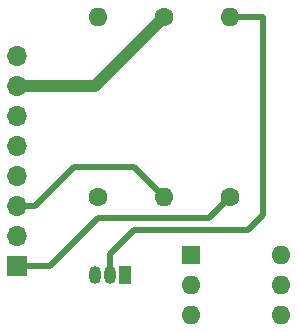
<source format=gtl>
%TF.GenerationSoftware,KiCad,Pcbnew,(6.0.6)*%
%TF.CreationDate,2022-06-23T13:00:25-07:00*%
%TF.ProjectId,TipBlaster_V1,54697042-6c61-4737-9465-725f56312e6b,rev?*%
%TF.SameCoordinates,Original*%
%TF.FileFunction,Copper,L1,Top*%
%TF.FilePolarity,Positive*%
%FSLAX46Y46*%
G04 Gerber Fmt 4.6, Leading zero omitted, Abs format (unit mm)*
G04 Created by KiCad (PCBNEW (6.0.6)) date 2022-06-23 13:00:25*
%MOMM*%
%LPD*%
G01*
G04 APERTURE LIST*
%TA.AperFunction,ComponentPad*%
%ADD10O,1.600000X1.600000*%
%TD*%
%TA.AperFunction,ComponentPad*%
%ADD11R,1.600000X1.600000*%
%TD*%
%TA.AperFunction,ComponentPad*%
%ADD12C,1.600000*%
%TD*%
%TA.AperFunction,ComponentPad*%
%ADD13O,1.050000X1.500000*%
%TD*%
%TA.AperFunction,ComponentPad*%
%ADD14R,1.050000X1.500000*%
%TD*%
%TA.AperFunction,ComponentPad*%
%ADD15R,1.700000X1.700000*%
%TD*%
%TA.AperFunction,ComponentPad*%
%ADD16O,1.700000X1.700000*%
%TD*%
%TA.AperFunction,Conductor*%
%ADD17C,0.500000*%
%TD*%
%TA.AperFunction,Conductor*%
%ADD18C,1.000000*%
%TD*%
G04 APERTURE END LIST*
D10*
X25918000Y-22621000D03*
X25918000Y-25161000D03*
X25918000Y-27701000D03*
X18298000Y-27701000D03*
X18298000Y-25161000D03*
D11*
X18298000Y-22621000D03*
D10*
X21590000Y-2540000D03*
D12*
X21590000Y-17780000D03*
D10*
X16002000Y-17780000D03*
D12*
X16002000Y-2540000D03*
X10414000Y-17780000D03*
D10*
X10414000Y-2540000D03*
D13*
X10160000Y-24384000D03*
X11430000Y-24384000D03*
D14*
X12700000Y-24384000D03*
D15*
X3556000Y-23607000D03*
D16*
X3556000Y-21067000D03*
X3556000Y-18527000D03*
X3556000Y-15987000D03*
X3556000Y-13447000D03*
X3556000Y-10907000D03*
X3556000Y-8367000D03*
X3556000Y-5827000D03*
D17*
X13462000Y-20574000D02*
X11430000Y-22606000D01*
X23114000Y-20574000D02*
X13462000Y-20574000D01*
X24384000Y-19304000D02*
X23114000Y-20574000D01*
X11430000Y-22606000D02*
X11430000Y-24384000D01*
X24384000Y-2540000D02*
X24384000Y-19304000D01*
X21590000Y-2540000D02*
X24384000Y-2540000D01*
X3571000Y-23622000D02*
X3556000Y-23607000D01*
X10399000Y-19558000D02*
X6335000Y-23622000D01*
X19812000Y-19558000D02*
X10399000Y-19558000D01*
X6335000Y-23622000D02*
X3571000Y-23622000D01*
X21590000Y-17780000D02*
X19812000Y-19558000D01*
X5087500Y-18527000D02*
X3556000Y-18527000D01*
X8374500Y-15240000D02*
X5087500Y-18527000D01*
X13462000Y-15240000D02*
X8374500Y-15240000D01*
X16002000Y-17780000D02*
X13462000Y-15240000D01*
D18*
X10175000Y-8367000D02*
X16002000Y-2540000D01*
X3556000Y-8367000D02*
X10175000Y-8367000D01*
M02*

</source>
